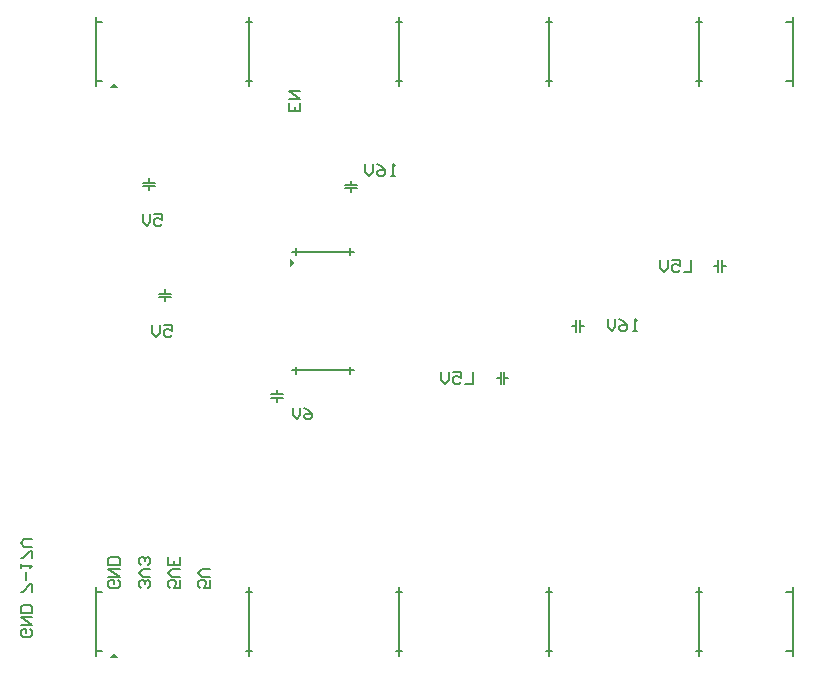
<source format=gbr>
%TF.GenerationSoftware,Altium Limited,Altium Designer,25.3.3 (18)*%
G04 Layer_Color=32896*
%FSLAX45Y45*%
%MOMM*%
%TF.SameCoordinates,95E4F6BA-DA47-4B25-BB43-2529A7C35442*%
%TF.FilePolarity,Positive*%
%TF.FileFunction,Legend,Bot*%
%TF.Part,CustomerPanel*%
G01*
G75*
%TA.AperFunction,NonConductor*%
%ADD95C,0.20000*%
%ADD96C,0.15000*%
G36*
X1914400Y1050500D02*
X1882242Y1010500D01*
X1946557D01*
X1914400Y1050500D01*
D02*
G37*
G36*
Y5876500D02*
X1882242Y5836500D01*
X1946557D01*
X1914400Y5876500D01*
D02*
G37*
G36*
X3442400Y4351921D02*
X3402400Y4384079D01*
Y4319764D01*
X3442400Y4351921D01*
D02*
G37*
D95*
X6844400Y1570500D02*
X6889400D01*
X6844400Y1065500D02*
X6889400D01*
X6867400Y1034500D02*
Y1599500D01*
X6844400Y1065500D02*
X6889400D01*
X6844400Y1570500D02*
X6889400D01*
X6867400Y1025500D02*
Y1610500D01*
X5574400Y1570500D02*
X5619400D01*
X5574400Y1065500D02*
X5619400D01*
X5597400Y1034500D02*
Y1599500D01*
X5574400Y1065500D02*
X5619400D01*
X5574400Y1570500D02*
X5619400D01*
X5597400Y1025500D02*
Y1610500D01*
X4304400Y1570500D02*
X4349400D01*
X4304400Y1065500D02*
X4349400D01*
X4327400Y1034500D02*
Y1599500D01*
X4304400Y1065500D02*
X4349400D01*
X4304400Y1570500D02*
X4349400D01*
X4327400Y1025500D02*
Y1610500D01*
X7659400Y1025500D02*
Y1610500D01*
X7605400Y1065500D02*
X7655400D01*
X7605400Y1570500D02*
X7655400D01*
X3034400D02*
X3079400D01*
X3034400Y1065500D02*
X3079400D01*
X3057400Y1034500D02*
Y1599500D01*
X3034400Y1065500D02*
X3079400D01*
X3034400Y1570500D02*
X3079400D01*
X3057400Y1025500D02*
Y1610500D01*
X1764400Y1065500D02*
X1814400D01*
X1762400Y1025500D02*
Y1610500D01*
X1764400Y1570500D02*
X1814400D01*
X6844400Y6396500D02*
X6889400D01*
X6844400Y5891500D02*
X6889400D01*
X6867400Y5860500D02*
Y6425500D01*
X6844400Y5891500D02*
X6889400D01*
X6844400Y6396500D02*
X6889400D01*
X6867400Y5851500D02*
Y6436500D01*
X5574400Y6396500D02*
X5619400D01*
X5574400Y5891500D02*
X5619400D01*
X5597400Y5860500D02*
Y6425500D01*
X5574400Y5891500D02*
X5619400D01*
X5574400Y6396500D02*
X5619400D01*
X5597400Y5851500D02*
Y6436500D01*
X4304400Y6396500D02*
X4349400D01*
X4304400Y5891500D02*
X4349400D01*
X4327400Y5860500D02*
Y6425500D01*
X4304400Y5891500D02*
X4349400D01*
X4304400Y6396500D02*
X4349400D01*
X4327400Y5851500D02*
Y6436500D01*
X7659400Y5851500D02*
Y6436500D01*
X7605400Y5891500D02*
X7655400D01*
X7605400Y6396500D02*
X7655400D01*
X3034400D02*
X3079400D01*
X3034400Y5891500D02*
X3079400D01*
X3057400Y5860500D02*
Y6425500D01*
X3034400Y5891500D02*
X3079400D01*
X3034400Y6396500D02*
X3079400D01*
X3057400Y5851500D02*
Y6436500D01*
X1764400Y5891500D02*
X1814400D01*
X1762400Y5851500D02*
Y6436500D01*
X1764400Y6396500D02*
X1814400D01*
X3912400Y4418000D02*
Y4478000D01*
X3452400Y4418000D02*
Y4478000D01*
X3422400Y4448000D02*
X3942400D01*
X3912400Y3418000D02*
Y3477999D01*
X3452400Y3418000D02*
Y3477999D01*
X3422400Y3447999D02*
X3942400D01*
X1222368Y1570000D02*
Y1636645D01*
X1205707D01*
X1139061Y1570000D01*
X1122400D01*
X1172384Y1669968D02*
Y1736613D01*
X1122400Y1769935D02*
Y1803258D01*
Y1786597D01*
X1222368D01*
X1205707Y1769935D01*
X1222368Y1853242D02*
Y1919887D01*
X1205707D01*
X1139061Y1853242D01*
X1122400D01*
X1222368Y1953210D02*
X1155723D01*
X1122400Y1986532D01*
X1155723Y2019855D01*
X1222368D01*
X6802400Y4379968D02*
Y4280000D01*
X6735755D01*
X6635787Y4379968D02*
X6702432D01*
Y4329984D01*
X6669110Y4346645D01*
X6652448D01*
X6635787Y4329984D01*
Y4296661D01*
X6652448Y4280000D01*
X6685771D01*
X6702432Y4296661D01*
X6602465Y4379968D02*
Y4313323D01*
X6569142Y4280000D01*
X6535820Y4313323D01*
Y4379968D01*
X4292400Y5090000D02*
X4259078D01*
X4275739D01*
Y5189968D01*
X4292400Y5173306D01*
X4142449Y5189968D02*
X4175771Y5173306D01*
X4209094Y5139984D01*
Y5106661D01*
X4192432Y5090000D01*
X4159110D01*
X4142449Y5106661D01*
Y5123322D01*
X4159110Y5139984D01*
X4209094D01*
X4109126Y5189968D02*
Y5123322D01*
X4075803Y5090000D01*
X4042481Y5123322D01*
Y5189968D01*
X2255755Y4769968D02*
X2322400D01*
Y4719984D01*
X2289077Y4736645D01*
X2272416D01*
X2255755Y4719984D01*
Y4686661D01*
X2272416Y4670000D01*
X2305739D01*
X2322400Y4686661D01*
X2222432Y4769968D02*
Y4703323D01*
X2189110Y4670000D01*
X2155787Y4703323D01*
Y4769968D01*
X2335755Y3829968D02*
X2402400D01*
Y3779984D01*
X2369078Y3796645D01*
X2352416D01*
X2335755Y3779984D01*
Y3746661D01*
X2352416Y3730000D01*
X2385739D01*
X2402400Y3746661D01*
X2302432Y3829968D02*
Y3763322D01*
X2269110Y3730000D01*
X2235787Y3763322D01*
Y3829968D01*
X3525755Y3129968D02*
X3559077Y3113306D01*
X3592400Y3079984D01*
Y3046661D01*
X3575739Y3030000D01*
X3542416D01*
X3525755Y3046661D01*
Y3063323D01*
X3542416Y3079984D01*
X3592400D01*
X3492432Y3129968D02*
Y3063323D01*
X3459110Y3030000D01*
X3425787Y3063323D01*
Y3129968D01*
X4952400Y3429968D02*
Y3330000D01*
X4885755D01*
X4785787Y3429968D02*
X4852432D01*
Y3379984D01*
X4819110Y3396645D01*
X4802448D01*
X4785787Y3379984D01*
Y3346661D01*
X4802448Y3330000D01*
X4835771D01*
X4852432Y3346661D01*
X4752464Y3429968D02*
Y3363322D01*
X4719142Y3330000D01*
X4685819Y3363322D01*
Y3429968D01*
X6342400Y3780000D02*
X6309078D01*
X6325739D01*
Y3879968D01*
X6342400Y3863306D01*
X6192449Y3879968D02*
X6225771Y3863306D01*
X6259094Y3829984D01*
Y3796661D01*
X6242432Y3780000D01*
X6209110D01*
X6192449Y3796661D01*
Y3813323D01*
X6209110Y3829984D01*
X6259094D01*
X6159126Y3879968D02*
Y3813323D01*
X6125803Y3780000D01*
X6092481Y3813323D01*
Y3879968D01*
X1205706Y1256645D02*
X1222368Y1239984D01*
Y1206661D01*
X1205706Y1190000D01*
X1139061D01*
X1122400Y1206661D01*
Y1239984D01*
X1139061Y1256645D01*
X1172384D01*
Y1223322D01*
X1122400Y1289967D02*
X1222368D01*
X1122400Y1356612D01*
X1222368D01*
Y1389935D02*
X1122400D01*
Y1439919D01*
X1139061Y1456580D01*
X1205706D01*
X1222368Y1439919D01*
Y1389935D01*
X3492368Y5706645D02*
Y5640000D01*
X3392400D01*
Y5706645D01*
X3442384Y5640000D02*
Y5673322D01*
X3392400Y5739967D02*
X3492368D01*
X3392400Y5806612D01*
X3492368D01*
X2722368Y1666645D02*
Y1600000D01*
X2672384D01*
X2689045Y1633322D01*
Y1649983D01*
X2672384Y1666645D01*
X2639061D01*
X2622400Y1649983D01*
Y1616661D01*
X2639061Y1600000D01*
X2722368Y1699967D02*
X2655722D01*
X2622400Y1733290D01*
X2655722Y1766612D01*
X2722368D01*
X2472368Y1666645D02*
Y1600000D01*
X2422384D01*
X2439045Y1633322D01*
Y1649983D01*
X2422384Y1666645D01*
X2389061D01*
X2372400Y1649983D01*
Y1616661D01*
X2389061Y1600000D01*
X2472368Y1699967D02*
X2405722D01*
X2372400Y1733290D01*
X2405722Y1766612D01*
X2472368D01*
Y1866580D02*
Y1799935D01*
X2372400D01*
Y1866580D01*
X2422384Y1799935D02*
Y1833258D01*
X2205706Y1600000D02*
X2222368Y1616661D01*
Y1649983D01*
X2205706Y1666645D01*
X2189045D01*
X2172384Y1649983D01*
Y1633322D01*
Y1649983D01*
X2155722Y1666645D01*
X2139061D01*
X2122400Y1649983D01*
Y1616661D01*
X2139061Y1600000D01*
X2222368Y1699967D02*
X2155722D01*
X2122400Y1733290D01*
X2155722Y1766612D01*
X2222368D01*
X2205706Y1799935D02*
X2222368Y1816597D01*
Y1849919D01*
X2205706Y1866580D01*
X2189045D01*
X2172384Y1849919D01*
Y1833258D01*
Y1849919D01*
X2155722Y1866580D01*
X2139061D01*
X2122400Y1849919D01*
Y1816597D01*
X2139061Y1799935D01*
X1945706Y1666645D02*
X1962368Y1649983D01*
Y1616661D01*
X1945706Y1600000D01*
X1879061D01*
X1862400Y1616661D01*
Y1649983D01*
X1879061Y1666645D01*
X1912384D01*
Y1633322D01*
X1862400Y1699967D02*
X1962368D01*
X1862400Y1766612D01*
X1962368D01*
Y1799935D02*
X1862400D01*
Y1849919D01*
X1879061Y1866580D01*
X1945706D01*
X1962368Y1849919D01*
Y1799935D01*
D96*
X3920472Y5017450D02*
X3920546Y5052450D01*
Y4952450D02*
Y4987450D01*
X3870473D02*
X3970472D01*
X3870473Y5017450D02*
X3970472D01*
X5152400Y3380073D02*
X5187400Y3380000D01*
X5217400Y3380073D02*
X5252400D01*
X5217400Y3330000D02*
Y3430000D01*
X5187400Y3330000D02*
Y3430000D01*
X2342327Y4030000D02*
X2342400Y4065000D01*
X2342327Y4095000D02*
Y4130000D01*
X2292400Y4095000D02*
X2392400D01*
X2292400Y4065000D02*
X2392400D01*
X2212327Y4970000D02*
X2212400Y5005000D01*
X2212327Y5035000D02*
Y5070000D01*
X2162400Y5035000D02*
X2262400D01*
X2162400Y5005000D02*
X2262400D01*
X6992400Y4330073D02*
X7027400Y4330000D01*
X7057400Y4330073D02*
X7092400D01*
X7057400Y4280000D02*
Y4380000D01*
X7027400Y4280000D02*
Y4380000D01*
X3292327Y3180000D02*
X3292400Y3215000D01*
X3292327Y3245000D02*
Y3280000D01*
X3242400Y3245000D02*
X3342400D01*
X3242400Y3215000D02*
X3342400D01*
X5857400Y3820000D02*
X5892400Y3819927D01*
X5792400D02*
X5827400D01*
Y3770000D02*
Y3870000D01*
X5857400Y3770000D02*
Y3870000D01*
%TF.MD5,fdaf75bf3ad17af556186cdef9960107*%
M02*

</source>
